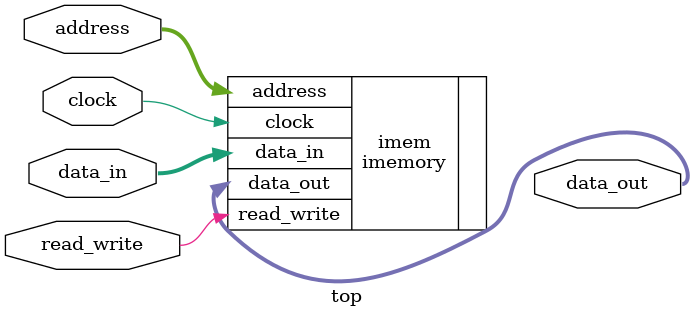
<source format=sv>
`include "signals.h"

module top(
  input wire clock,
  input wire[31:0] address,
  input wire[31:0] data_in,
  output wire[31:0] data_out,
  input wire read_write
);
imemory imem(
  .clock(clock),
  .address(address),
  .data_in(data_in),
  .data_out(data_out),
  .read_write(read_write)
);

endmodule

</source>
